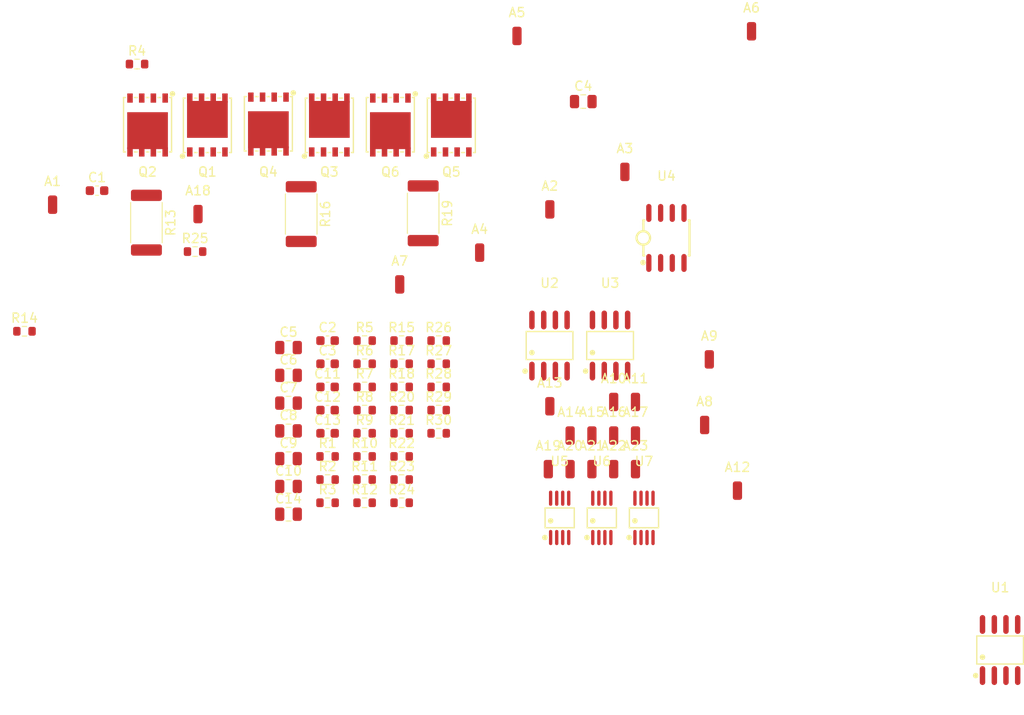
<source format=kicad_pcb>
(kicad_pcb (version 20221018) (generator pcbnew)
  (layers (0 "F.Cu" signal) (31 "B.Cu" signal) (34 "B.Paste" user) (35 "F.Paste" user) (36 "B.SilkS" user "B.Silkscreen") (37 "F.SilkS" user "F.Silkscreen") (38 "B.Mask" user) (39 "F.Mask" user) (44 "Edge.Cuts" user))
  (net 0 "")
  (net 1 "110")
  (net 2 "107")
  (net 3 "106")
  (net 4 "22")
  (net 5 "111")
  (net 6 "16")
  (net 7 "99")
  (net 8 "96")
  (net 9 "95")
  (net 10 "21")
  (net 11 "100")
  (net 12 "88")
  (net 13 "85")
  (net 14 "84")
  (net 15 "20")
  (net 16 "89")
  (net 17 "74")
  (net 18 "73")
  (net 19 "5")
  (net 20 "4")
  (net 21 "75")
  (net 22 "11")
  (net 23 "10")
  (net 24 "3")
  (net 25 "59")
  (net 26 "58")
  (net 27 "60")
  (net 28 "61")
  (net 29 "9")
  (net 30 "8")
  (net 31 "43")
  (net 32 "42")
  (net 33 "44")
  (net 34 "45")
  (net 35 "7")
  (net 36 "6")
  (net 37 "27")
  (net 38 "26")
  (net 39 "28")
  (net 40 "29")
  (net 41 "56")
  (net 42 "63")
  (net 43 "2")
  (net 44 "65")
  (net 45 "49")
  (net 46 "40")
  (net 47 "47")
  (net 48 "33")
  (net 49 "24")
  (net 50 "31")
  (net 51 "14")
  (net 52 "13")
  (net 53 "12")
  (net 54 "19")
  (net 55 "18")
  (net 56 "17")
  (net 57 "15")
  (footprint "Resistor_SMD:R_0603_1608Metric" (layer "F.Cu") (at 141.485 106.113)
    (fp_text reference "R7" (at 0 -1.43) (layer "F.SilkS"))
    (fp_text value "10kOhm")
    (pad "1" smd roundrect (at -0.825 0) (size 0.8 0.95) (layers "F.Cu" "F.Paste" "F.Mask") (net 47 "47"))
    (pad "2" smd roundrect (at 0.825 0) (size 0.8 0.95) (layers "F.Cu" "F.Paste" "F.Mask") (net 46 "40"))
  )
  (footprint "Resistor_SMD:R_0603_1608Metric" (layer "F.Cu") (at 141.485 118.663)
    (fp_text reference "R12" (at 0 -1.43) (layer "F.SilkS"))
    (fp_text value "10kOhm")
    (pad "1" smd roundrect (at -0.825 0) (size 0.8 0.95) (layers "F.Cu" "F.Paste" "F.Mask") (net 44 "65"))
    (pad "2" smd roundrect (at 0.825 0) (size 0.8 0.95) (layers "F.Cu" "F.Paste" "F.Mask") (net 19 "5"))
  )
  (footprint "Connector_Wire:SolderWirePad_1x01_SMD_1x2mm" (layer "F.Cu") (at 166.1 111.378)
    (fp_text reference "A15" (at 0 -2.54) (layer "F.SilkS"))
    (fp_text value "")
    (pad "1" smd roundrect (at 0 0) (size 1 2) (layers "F.Cu" "F.Paste" "F.Mask") (net 51 "14"))
  )
  (footprint "Resistor_SMD:R_0603_1608Metric" (layer "F.Cu") (at 141.485 108.623)
    (fp_text reference "R8" (at 0 -1.43) (layer "F.SilkS"))
    (fp_text value "10kOhm")
    (pad "1" smd roundrect (at -0.825 0) (size 0.8 0.95) (layers "F.Cu" "F.Paste" "F.Mask") (net 45 "49"))
    (pad "2" smd roundrect (at 0.825 0) (size 0.8 0.95) (layers "F.Cu" "F.Paste" "F.Mask") (net 19 "5"))
  )
  (footprint "Capacitor_SMD:C_0603_1608Metric" (layer "F.Cu") (at 137.475 101.093)
    (fp_text reference "C2" (at 0 -1.43) (layer "F.SilkS"))
    (fp_text value "0.1uF")
    (pad "1" smd roundrect (at -0.775 0) (size 0.9 0.95) (layers "F.Cu" "F.Paste" "F.Mask") (net 31 "43"))
    (pad "2" smd roundrect (at 0.775 0) (size 0.9 0.95) (layers "F.Cu" "F.Paste" "F.Mask") (net 46 "40"))
  )
  (footprint "lib:SOIC-8_L4.9-W3.9-P1.27-LS6.0-BL" (layer "F.Cu") (at 168.07 101.623)
    (fp_text reference "U3" (at 0 -6.77) (layer "F.SilkS"))
    (fp_text value "")
    (pad "1" smd oval (at -1.91 2.77) (size 0.59 2.05) (layers "F.Cu" "F.Paste" "F.Mask") (net 22 "11"))
    (pad "2" smd oval (at -0.63 2.77) (size 0.59 2.05) (layers "F.Cu" "F.Paste" "F.Mask") (net 23 "10"))
    (pad "3" smd oval (at 0.63 2.77) (size 0.59 2.05) (layers "F.Cu" "F.Paste" "F.Mask") (net 24 "3"))
    (pad "4" smd oval (at 1.9 2.77) (size 0.59 2.05) (layers "F.Cu" "F.Paste" "F.Mask") (net 19 "5"))
    (pad "5" smd oval (at 1.9 -2.77) (size 0.59 2.05) (layers "F.Cu" "F.Paste" "F.Mask") (net 28 "61"))
    (pad "6" smd oval (at 0.63 -2.77) (size 0.59 2.05) (layers "F.Cu" "F.Paste" "F.Mask") (net 27 "60"))
    (pad "7" smd oval (at -0.63 -2.77) (size 0.59 2.05) (layers "F.Cu" "F.Paste" "F.Mask") (net 26 "58"))
    (pad "8" smd oval (at -1.91 -2.77) (size 0.59 2.05) (layers "F.Cu" "F.Paste" "F.Mask") (net 25 "59"))
  )
  (footprint "Resistor_SMD:R_0603_1608Metric" (layer "F.Cu") (at 145.495 118.663)
    (fp_text reference "R24" (at 0 -1.43) (layer "F.SilkS"))
    (fp_text value "10kOhm")
    (pad "1" smd roundrect (at -0.825 0) (size 0.8 0.95) (layers "F.Cu" "F.Paste" "F.Mask") (net 21 "75"))
    (pad "2" smd roundrect (at 0.825 0) (size 0.8 0.95) (layers "F.Cu" "F.Paste" "F.Mask") (net 19 "5"))
  )
  (footprint "Capacitor_SMD:C_0603_1608Metric" (layer "F.Cu") (at 137.475 108.623)
    (fp_text reference "C12" (at 0 -1.43) (layer "F.SilkS"))
    (fp_text value "2nF")
    (pad "1" smd roundrect (at -0.775 0) (size 0.9 0.95) (layers "F.Cu" "F.Paste" "F.Mask") (net 55 "18"))
    (pad "2" smd roundrect (at 0.775 0) (size 0.9 0.95) (layers "F.Cu" "F.Paste" "F.Mask") (net 19 "5"))
  )
  (footprint "Resistor_SMD:R_0603_1608Metric" (layer "F.Cu") (at 104.648 100.076)
    (fp_text reference "R14" (at 0 -1.43) (layer "F.SilkS"))
    (fp_text value "10ohm")
    (pad "1" smd roundrect (at -0.825 0) (size 0.8 0.95) (layers "F.Cu" "F.Paste" "F.Mask") (net 49 "24"))
    (pad "2" smd roundrect (at 0.825 0) (size 0.8 0.95) (layers "F.Cu" "F.Paste" "F.Mask") (net 12 "88"))
  )
  (footprint "Resistor_SMD:R_0603_1608Metric" (layer "F.Cu") (at 149.505 103.603)
    (fp_text reference "R27" (at 0 -1.43) (layer "F.SilkS"))
    (fp_text value "10kOhm")
    (pad "1" smd roundrect (at -0.825 0) (size 0.8 0.95) (layers "F.Cu" "F.Paste" "F.Mask") (net 52 "13"))
    (pad "2" smd roundrect (at 0.825 0) (size 0.8 0.95) (layers "F.Cu" "F.Paste" "F.Mask") (net 55 "18"))
  )
  (footprint "lib:SOIC-8_L5.0-W4.0-P1.27-LS6.0-BL" (layer "F.Cu") (at 174.175 89.963)
    (fp_text reference "U4" (at 0 -6.71) (layer "F.SilkS"))
    (fp_text value "")
    (pad "1" smd oval (at -1.91 2.71) (size 0.57 1.95) (layers "F.Cu" "F.Paste" "F.Mask") (net 17 "74"))
    (pad "2" smd oval (at -0.63 2.71) (size 0.57 1.95) (layers "F.Cu" "F.Paste" "F.Mask") (net 17 "74"))
    (pad "3" smd oval (at 0.63 2.71) (size 0.57 1.95) (layers "F.Cu" "F.Paste" "F.Mask") (net 18 "73"))
    (pad "4" smd oval (at 1.9 2.71) (size 0.57 1.95) (layers "F.Cu" "F.Paste" "F.Mask") (net 19 "5"))
    (pad "5" smd oval (at 1.9 -2.71) (size 0.57 1.95) (layers "F.Cu" "F.Paste" "F.Mask") (net 21 "75"))
    (pad "6" smd oval (at 0.63 -2.71) (size 0.57 1.95) (layers "F.Cu" "F.Paste" "F.Mask") (net 6 "16"))
    (pad "7" smd oval (at -0.63 -2.71) (size 0.57 1.95) (layers "F.Cu" "F.Paste" "F.Mask") (net 6 "16"))
    (pad "8" smd oval (at -1.91 -2.71) (size 0.57 1.95) (layers "F.Cu" "F.Paste" "F.Mask") (net 20 "4"))
  )
  (footprint "Connector_Wire:SolderWirePad_1x01_SMD_1x2mm" (layer "F.Cu") (at 168.46 111.378)
    (fp_text reference "A16" (at 0 -2.54) (layer "F.SilkS"))
    (fp_text value "")
    (pad "1" smd roundrect (at 0 0) (size 1 2) (layers "F.Cu" "F.Paste" "F.Mask") (net 57 "15"))
  )
  (footprint "Connector_Wire:SolderWirePad_1x01_SMD_1x2mm" (layer "F.Cu") (at 153.945 91.553)
    (fp_text reference "A4" (at 0 -2.54) (layer "F.SilkS"))
    (fp_text value "")
    (pad "1" smd roundrect (at 0 0) (size 1 2) (layers "F.Cu" "F.Paste" "F.Mask") (net 19 "5"))
  )
  (footprint "Resistor_SMD:R_0603_1608Metric" (layer "F.Cu") (at 141.485 113.643)
    (fp_text reference "R10" (at 0 -1.43) (layer "F.SilkS"))
    (fp_text value "25ohm")
    (pad "1" smd roundrect (at -0.825 0) (size 0.8 0.95) (layers "F.Cu" "F.Paste" "F.Mask") (net 28 "61"))
    (pad "2" smd roundrect (at 0.825 0) (size 0.8 0.95) (layers "F.Cu" "F.Paste" "F.Mask") (net 44 "65"))
  )
  (footprint "Resistor_SMD:R_0603_1608Metric" (layer "F.Cu") (at 137.475 118.663)
    (fp_text reference "R3" (at 0 -1.43) (layer "F.SilkS"))
    (fp_text value "10kOhm")
    (pad "1" smd roundrect (at -0.825 0) (size 0.8 0.95) (layers "F.Cu" "F.Paste" "F.Mask") (net 50 "31"))
    (pad "2" smd roundrect (at 0.825 0) (size 0.8 0.95) (layers "F.Cu" "F.Paste" "F.Mask") (net 49 "24"))
  )
  (footprint "Resistor_SMD:R_0603_1608Metric" (layer "F.Cu") (at 145.495 101.093)
    (fp_text reference "R15" (at 0 -1.43) (layer "F.SilkS"))
    (fp_text value "10ohm")
    (pad "1" smd roundrect (at -0.825 0) (size 0.8 0.95) (layers "F.Cu" "F.Paste" "F.Mask") (net 53 "12"))
    (pad "2" smd roundrect (at 0.825 0) (size 0.8 0.95) (layers "F.Cu" "F.Paste" "F.Mask") (net 16 "89"))
  )
  (footprint "Resistor_SMD:R_0603_1608Metric" (layer "F.Cu") (at 141.485 103.603)
    (fp_text reference "R6" (at 0 -1.43) (layer "F.SilkS"))
    (fp_text value "25ohm")
    (pad "1" smd roundrect (at -0.825 0) (size 0.8 0.95) (layers "F.Cu" "F.Paste" "F.Mask") (net 34 "45"))
    (pad "2" smd roundrect (at 0.825 0) (size 0.8 0.95) (layers "F.Cu" "F.Paste" "F.Mask") (net 45 "49"))
  )
  (footprint "Connector_Wire:SolderWirePad_1x01_SMD_1x2mm" (layer "F.Cu") (at 161.544 108.204)
    (fp_text reference "A13" (at 0 -2.54) (layer "F.SilkS"))
    (fp_text value "")
    (pad "1" smd roundrect (at 0 0) (size 1 2) (layers "F.Cu" "F.Paste" "F.Mask") (net 53 "12"))
  )
  (footprint "Capacitor_SMD:C_0805_2012Metric" (layer "F.Cu") (at 133.245 110.873)
    (fp_text reference "C8" (at 0 -1.68) (layer "F.SilkS"))
    (fp_text value "1uF")
    (pad "1" smd roundrect (at -0.95 0) (size 1 1.45) (layers "F.Cu" "F.Paste" "F.Mask") (net 7 "99"))
    (pad "2" smd roundrect (at 0.95 0) (size 1 1.45) (layers "F.Cu" "F.Paste" "F.Mask") (net 11 "100"))
  )
  (footprint "Resistor_SMD:R_0603_1608Metric" (layer "F.Cu") (at 141.485 101.093)
    (fp_text reference "R5" (at 0 -1.43) (layer "F.SilkS"))
    (fp_text value "25ohm")
    (pad "1" smd roundrect (at -0.825 0) (size 0.8 0.95) (layers "F.Cu" "F.Paste" "F.Mask") (net 32 "42"))
    (pad "2" smd roundrect (at 0.825 0) (size 0.8 0.95) (layers "F.Cu" "F.Paste" "F.Mask") (net 47 "47"))
  )
  (footprint "lib:VSSOP-8_L3.0-W3.0-P0.65-LS5.0-BL" (layer "F.Cu") (at 171.74 120.298)
    (fp_text reference "U7" (at 0 -6.13) (layer "F.SilkS"))
    (fp_text value "")
    (pad "1" smd oval (at -0.98 2.13) (size 0.36 1.66) (layers "F.Cu" "F.Paste" "F.Mask") (net 1 "110"))
    (pad "2" smd oval (at -0.32 2.13) (size 0.36 1.66) (layers "F.Cu" "F.Paste" "F.Mask") (net 2 "107"))
    (pad "3" smd oval (at 0.33 2.13) (size 0.36 1.66) (layers "F.Cu" "F.Paste" "F.Mask") (net 3 "106"))
    (pad "4" smd oval (at 0.98 2.13) (size 0.36 1.66) (layers "F.Cu" "F.Paste" "F.Mask") (net 4 "22"))
    (pad "5" smd oval (at 0.98 -2.13) (size 0.36 1.66) (layers "F.Cu" "F.Paste" "F.Mask") (net 2 "107"))
    (pad "6" smd oval (at 0.33 -2.13) (size 0.36 1.66) (layers "F.Cu" "F.Paste" "F.Mask") (net 3 "106"))
    (pad "7" smd oval (at -0.32 -2.13) (size 0.36 1.66) (layers "F.Cu" "F.Paste" "F.Mask") (net 6 "16"))
    (pad "8" smd oval (at -0.98 -2.13) (size 0.36 1.66) (layers "F.Cu" "F.Paste" "F.Mask") (net 5 "111"))
  )
  (footprint "Resistor_SMD:R_0603_1608Metric" (layer "F.Cu") (at 149.505 111.133)
    (fp_text reference "R30" (at 0 -1.43) (layer "F.SilkS"))
    (fp_text value "1kOhm")
    (pad "1" smd roundrect (at -0.825 0) (size 0.8 0.95) (layers "F.Cu" "F.Paste" "F.Mask") (net 54 "19"))
    (pad "2" smd roundrect (at 0.825 0) (size 0.8 0.95) (layers "F.Cu" "F.Paste" "F.Mask") (net 19 "5"))
  )
  (footprint "lib:VSSOP-8_L3.0-W3.0-P0.65-LS5.0-BL" (layer "F.Cu") (at 167.175 120.298)
    (fp_text reference "U6" (at 0 -6.13) (layer "F.SilkS"))
    (fp_text value "")
    (pad "1" smd oval (at -0.98 2.13) (size 0.36 1.66) (layers "F.Cu" "F.Paste" "F.Mask") (net 7 "99"))
    (pad "2" smd oval (at -0.32 2.13) (size 0.36 1.66) (layers "F.Cu" "F.Paste" "F.Mask") (net 8 "96"))
    (pad "3" smd oval (at 0.33 2.13) (size 0.36 1.66) (layers "F.Cu" "F.Paste" "F.Mask") (net 9 "95"))
    (pad "4" smd oval (at 0.98 2.13) (size 0.36 1.66) (layers "F.Cu" "F.Paste" "F.Mask") (net 10 "21"))
    (pad "5" smd oval (at 0.98 -2.13) (size 0.36 1.66) (layers "F.Cu" "F.Paste" "F.Mask") (net 8 "96"))
    (pad "6" smd oval (at 0.33 -2.13) (size 0.36 1.66) (layers "F.Cu" "F.Paste" "F.Mask") (net 9 "95"))
    (pad "7" smd oval (at -0.32 -2.13) (size 0.36 1.66) (layers "F.Cu" "F.Paste" "F.Mask") (net 6 "16"))
    (pad "8" smd oval (at -0.98 -2.13) (size 0.36 1.66) (layers "F.Cu" "F.Paste" "F.Mask") (net 11 "100"))
  )
  (footprint "lib:SOIC-8_L4.9-W3.9-P1.27-LS6.0-BL" (layer "F.Cu") (at 161.515 101.623)
    (fp_text reference "U2" (at 0 -6.77) (layer "F.SilkS"))
    (fp_text value "")
    (pad "1" smd oval (at -1.91 2.77) (size 0.59 2.05) (layers "F.Cu" "F.Paste" "F.Mask") (net 29 "9"))
    (pad "2" smd oval (at -0.63 2.77) (size 0.59 2.05) (layers "F.Cu" "F.Paste" "F.Mask") (net 30 "8"))
    (pad "3" smd oval (at 0.63 2.77) (size 0.59 2.05) (layers "F.Cu" "F.Paste" "F.Mask") (net 24 "3"))
    (pad "4" smd oval (at 1.9 2.77) (size 0.59 2.05) (layers "F.Cu" "F.Paste" "F.Mask") (net 19 "5"))
    (pad "5" smd oval (at 1.9 -2.77) (size 0.59 2.05) (layers "F.Cu" "F.Paste" "F.Mask") (net 34 "45"))
    (pad "6" smd oval (at 0.63 -2.77) (size 0.59 2.05) (layers "F.Cu" "F.Paste" "F.Mask") (net 33 "44"))
    (pad "7" smd oval (at -0.63 -2.77) (size 0.59 2.05) (layers "F.Cu" "F.Paste" "F.Mask") (net 32 "42"))
    (pad "8" smd oval (at -1.91 -2.77) (size 0.59 2.05) (layers "F.Cu" "F.Paste" "F.Mask") (net 31 "43"))
  )
  (footprint "Resistor_SMD:R_0603_1608Metric" (layer "F.Cu") (at 137.475 116.153)
    (fp_text reference "R2" (at 0 -1.43) (layer "F.SilkS"))
    (fp_text value "25ohm")
    (pad "1" smd roundrect (at -0.825 0) (size 0.8 0.95) (layers "F.Cu" "F.Paste" "F.Mask") (net 40 "29"))
    (pad "2" smd roundrect (at 0.825 0) (size 0.8 0.95) (layers "F.Cu" "F.Paste" "F.Mask") (net 48 "33"))
  )
  (footprint "Connector_Wire:SolderWirePad_1x01_SMD_1x2mm" (layer "F.Cu") (at 123.444 87.376)
    (fp_text reference "A18" (at 0 -2.54) (layer "F.SilkS"))
    (fp_text value "")
    (pad "1" smd roundrect (at 0 0) (size 1 2) (layers "F.Cu" "F.Paste" "F.Mask") (net 56 "17"))
  )
  (footprint "lib:DFN-8_L5.9-W5.2-P1.27-LS6.2-BL" (layer "F.Cu") (at 124.46 77.724)
    (fp_text reference "Q1" (at 0 5.08) (layer "F.SilkS"))
    (fp_text value "")
    (pad "1" smd rect (at -1.91 2.92) (size 0.6 1) (layers "F.Cu" "F.Paste" "F.Mask") (net 49 "24"))
    (pad "2" smd rect (at -0.63 2.92) (size 0.6 1) (layers "F.Cu" "F.Paste" "F.Mask") (net 49 "24"))
    (pad "3" smd rect (at 0.63 2.92) (size 0.6 1) (layers "F.Cu" "F.Paste" "F.Mask") (net 49 "24"))
    (pad "4" smd rect (at 1.9 2.92) (size 0.6 1) (layers "F.Cu" "F.Paste" "F.Mask") (net 50 "31"))
    (pad "5" smd rect (at 1.9 -2.92) (size 0.6 1) (layers "F.Cu" "F.Paste" "F.Mask") (net 43 "2"))
    (pad "6" smd rect (at 0.63 -2.92) (size 0.6 1) (layers "F.Cu" "F.Paste" "F.Mask") (net 43 "2"))
    (pad "7" smd rect (at -0.63 -2.92) (size 0.6 1) (layers "F.Cu" "F.Paste" "F.Mask") (net 43 "2"))
    (pad "8" smd rect (at -1.91 -2.92) (size 0.6 1) (layers "F.Cu" "F.Paste" "F.Mask") (net 43 "2"))
    (pad "9" smd rect (at 0 -0.61) (size 4.41 4) (layers "F.Cu" "F.Paste" "F.Mask") (net 43 "2"))
  )
  (footprint "Connector_Wire:SolderWirePad_1x01_SMD_1x2mm" (layer "F.Cu") (at 170.82 115.018)
    (fp_text reference "A23" (at 0 -2.54) (layer "F.SilkS"))
    (fp_text value "")
    (pad "1" smd roundrect (at 0 0) (size 1 2) (layers "F.Cu" "F.Paste" "F.Mask") (net 4 "22"))
  )
  (footprint "Resistor_SMD:R_0603_1608Metric" (layer "F.Cu") (at 141.485 111.133)
    (fp_text reference "R9" (at 0 -1.43) (layer "F.SilkS"))
    (fp_text value "25ohm")
    (pad "1" smd roundrect (at -0.825 0) (size 0.8 0.95) (layers "F.Cu" "F.Paste" "F.Mask") (net 26 "58"))
    (pad "2" smd roundrect (at 0.825 0) (size 0.8 0.95) (layers "F.Cu" "F.Paste" "F.Mask") (net 42 "63"))
  )
  (footprint "Connector_Wire:SolderWirePad_1x01_SMD_1x2mm" (layer "F.Cu") (at 168.46 115.018)
    (fp_text reference "A22" (at 0 -2.54) (layer "F.SilkS"))
    (fp_text value "")
    (pad "1" smd roundrect (at 0 0) (size 1 2) (layers "F.Cu" "F.Paste" "F.Mask") (net 10 "21"))
  )
  (footprint "lib:DFN-8_L5.9-W5.2-P1.27-LS6.2-BL" (layer "F.Cu") (at 117.978 77.724 180)
    (fp_text reference "Q2" (at 0 -5.08) (layer "F.SilkS"))
    (fp_text value "")
    (pad "1" smd rect (at -1.91 2.92 180) (size 0.6 1) (layers "F.Cu" "F.Paste" "F.Mask") (net 19 "5"))
    (pad "2" smd rect (at -0.63 2.92 180) (size 0.6 1) (layers "F.Cu" "F.Paste" "F.Mask") (net 19 "5"))
    (pad "3" smd rect (at 0.63 2.92 180) (size 0.6 1) (layers "F.Cu" "F.Paste" "F.Mask") (net 19 "5"))
    (pad "4" smd rect (at 1.9 2.92 180) (size 0.6 1) (layers "F.Cu" "F.Paste" "F.Mask") (net 48 "33"))
    (pad "5" smd rect (at 1.9 -2.92 180) (size 0.6 1) (layers "F.Cu" "F.Paste" "F.Mask") (net 49 "24"))
    (pad "6" smd rect (at 0.63 -2.92 180) (size 0.6 1) (layers "F.Cu" "F.Paste" "F.Mask") (net 49 "24"))
    (pad "7" smd rect (at -0.63 -2.92 180) (size 0.6 1) (layers "F.Cu" "F.Paste" "F.Mask") (net 49 "24"))
    (pad "8" smd rect (at -1.91 -2.92 180) (size 0.6 1) (layers "F.Cu" "F.Paste" "F.Mask") (net 49 "24"))
    (pad "9" smd rect (at 0 -0.61 180) (size 4.41 4) (layers "F.Cu" "F.Paste" "F.Mask") (net 49 "24"))
  )
  (footprint "Resistor_SMD:R_2512_6332Metric" (layer "F.Cu") (at 134.62 87.376 -90)
    (fp_text reference "R16" (at 0 -2.62 90) (layer "F.SilkS"))
    (fp_text value "1mOhm")
    (pad "1" smd roundrect (at -2.9625 0 270) (size 1.225 3.35) (layers "F.Cu" "F.Paste" "F.Mask") (roundrect_rratio 0.204082) (net 46 "40"))
    (pad "2" smd roundrect (at 2.9625 0 270) (size 1.225 3.35) (layers "F.Cu" "F.Paste" "F.Mask") (roundrect_rratio 0.204082) (net 52 "13"))
  )
  (footprint "Capacitor_SMD:C_0603_1608Metric" (layer "F.Cu") (at 112.509 84.836)
    (fp_text reference "C1" (at 0 -1.43) (layer "F.SilkS"))
    (fp_text value "0.1uF")
    (pad "1" smd roundrect (at -0.775 0) (size 0.9 0.95) (layers "F.Cu" "F.Paste" "F.Mask") (net 37 "27"))
    (pad "2" smd roundrect (at 0.775 0) (size 0.9 0.95) (layers "F.Cu" "F.Paste" "F.Mask") (net 49 "24"))
  )
  (footprint "Connector_Wire:SolderWirePad_1x01_SMD_1x2mm" (layer "F.Cu") (at 145.288 94.996)
    (fp_text reference "A7" (at 0 -2.54) (layer "F.SilkS"))
    (fp_text value "")
    (pad "1" smd roundrect (at 0 0) (size 1 2) (layers "F.Cu" "F.Paste" "F.Mask") (net 36 "6"))
  )
  (footprint "Resistor_SMD:R_0603_1608Metric" (layer "F.Cu") (at 145.495 106.113)
    (fp_text reference "R18" (at 0 -1.43) (layer "F.SilkS"))
    (fp_text value "10ohm")
    (pad "1" smd roundrect (at -0.825 0) (size 0.8 0.95) (layers "F.Cu" "F.Paste" "F.Mask") (net 52 "13"))
    (pad "2" smd roundrect (at 0.825 0) (size 0.8 0.95) (layers "F.Cu" "F.Paste" "F.Mask") (net 11 "100"))
  )
  (footprint "Resistor_SMD:R_0603_1608Metric" (layer "F.Cu") (at 116.84 71.12)
    (fp_text reference "R4" (at 0 -1.43) (layer "F.SilkS"))
    (fp_text value "10kOhm")
    (pad "1" smd roundrect (at -0.825 0) (size 0.8 0.95) (layers "F.Cu" "F.Paste" "F.Mask") (net 48 "33"))
    (pad "2" smd roundrect (at 0.825 0) (size 0.8 0.95) (layers "F.Cu" "F.Paste" "F.Mask") (net 19 "5"))
  )
  (footprint "Connector_Wire:SolderWirePad_1x01_SMD_1x2mm" (layer "F.Cu") (at 170.82 107.738)
    (fp_text reference "A11" (at 0 -2.54) (layer "F.SilkS"))
    (fp_text value "")
    (pad "1" smd roundrect (at 0 0) (size 1 2) (layers "F.Cu" "F.Paste" "F.Mask") (net 23 "10"))
  )
  (footprint "Resistor_SMD:R_0603_1608Metric" (layer "F.Cu") (at 145.495 103.603)
    (fp_text reference "R17" (at 0 -1.43) (layer "F.SilkS"))
    (fp_text value "10ohm")
    (pad "1" smd roundrect (at -0.825 0) (size 0.8 0.95) (layers "F.Cu" "F.Paste" "F.Mask") (net 46 "40"))
    (pad "2" smd roundrect (at 0.825 0) (size 0.8 0.95) (layers "F.Cu" "F.Paste" "F.Mask") (net 7 "99"))
  )
  (footprint "Resistor_SMD:R_0603_1608Metric" (layer "F.Cu") (at 137.475 113.643)
    (fp_text reference "R1" (at 0 -1.43) (layer "F.SilkS"))
    (fp_text value "25ohm")
    (pad "1" smd roundrect (at -0.825 0) (size 0.8 0.95) (layers "F.Cu" "F.Paste" "F.Mask") (net 38 "26"))
    (pad "2" smd roundrect (at 0.825 0) (size 0.8 0.95) (layers "F.Cu" "F.Paste" "F.Mask") (net 50 "31"))
  )
  (footprint "Connector_Wire:SolderWirePad_1x01_SMD_1x2mm" (layer "F.Cu") (at 163.74 111.378)
    (fp_text reference "A14" (at 0 -2.54) (layer "F.SilkS"))
    (fp_text value "")
    (pad "1" smd roundrect (at 0 0) (size 1 2) (layers "F.Cu" "F.Paste" "F.Mask") (net 52 "13"))
  )
  (footprint "lib:SOIC-8_L4.9-W3.9-P1.27-LS6.0-BL" (layer "F.Cu") (at 210.312 134.62)
    (fp_text reference "U1" (at 0 -6.77) (layer "F.SilkS"))
    (fp_text value "")
    (pad "1" smd oval (at -1.91 2.77) (size 0.59 2.05) (layers "F.Cu" "F.Paste" "F.Mask") (net 35 "7"))
    (pad "2" smd oval (at -0.63 2.77) (size 0.59 2.05) (layers "F.Cu" "F.Paste" "F.Mask") (net 36 "6"))
    (pad "3" smd oval (at 0.63 2.77) (size 0.59 2.05) (layers "F.Cu" "F.Paste" "F.Mask") (net 24 "3"))
    (pad "4" smd oval (at 1.9 2.77) (size 0.59 2.05) (layers "F.Cu" "F.Paste" "F.Mask") (net 19 "5"))
    (pad "5" smd oval (at 1.9 -2.77) (size 0.59 2.05) (layers "F.Cu" "F.Paste" "F.Mask") (net 40 "29"))
    (pad "6" smd oval (at 0.63 -2.77) (size 0.59 2.05) (layers "F.Cu" "F.Paste" "F.Mask") (net 39 "28"))
    (pad "7" smd oval (at -0.63 -2.77) (size 0.59 2.05) (layers "F.Cu" "F.Paste" "F.Mask") (net 38 "26"))
    (pad "8" smd oval (at -1.91 -2.77) (size 0.59 2.05) (layers "F.Cu" "F.Paste" "F.Mask") (net 37 "27"))
  )
  (footprint "Resistor_SMD:R_0603_1608Metric" (layer "F.Cu") (at 145.495 108.623)
    (fp_text reference "R20" (at 0 -1.43) (layer "F.SilkS"))
    (fp_text value "10ohm")
    (pad "1" smd roundrect (at -0.825 0) (size 0.8 0.95) (layers "F.Cu" "F.Paste" "F.Mask") (net 41 "56"))
    (pad "2" smd roundrect (at 0.825 0) (size 0.8 0.95) (layers "F.Cu" "F.Paste" "F.Mask") (net 1 "110"))
  )
  (footprint "Capacitor_SMD:C_0805_2012Metric" (layer "F.Cu") (at 165.166 75.184)
    (fp_text reference "C4" (at 0 -1.68) (layer "F.SilkS"))
    (fp_text value "1uF")
    (pad "1" smd roundrect (at -0.95 0) (size 1 1.45) (layers "F.Cu" "F.Paste" "F.Mask") (net 20 "4"))
    (pad "2" smd roundrect (at 0.95 0) (size 1 1.45) (layers "F.Cu" "F.Paste" "F.Mask") (net 19 "5"))
  )
  (footprint "lib:DFN-8_L5.9-W5.2-P1.27-LS6.2-BL" (layer "F.Cu") (at 131.064 77.622 180)
    (fp_text reference "Q4" (at 0 -5.182) (layer "F.SilkS"))
    (fp_text value "")
    (pad "1" smd rect (at -1.91 2.92 180) (size 0.6 1) (layers "F.Cu" "F.Paste" "F.Mask") (net 19 "5"))
    (pad "2" smd rect (at -0.63 2.92 180) (size 0.6 1) (layers "F.Cu" "F.Paste" "F.Mask") (net 19 "5"))
    (pad "3" smd rect (at 0.63 2.92 180) (size 0.6 1) (layers "F.Cu" "F.Paste" "F.Mask") (net 19 "5"))
    (pad "4" smd rect (at 1.9 2.92 180) (size 0.6 1) (layers "F.Cu" "F.Paste" "F.Mask") (net 45 "49"))
    (pad "5" smd rect (at 1.9 -2.92 180) (size 0.6 1) (layers "F.Cu" "F.Paste" "F.Mask") (net 46 "40"))
    (pad "6" smd rect (at 0.63 -2.92 180) (size 0.6 1) (layers "F.Cu" "F.Paste" "F.Mask") (net 46 "40"))
    (pad "7" smd rect (at -0.63 -2.92 180) (size 0.6 1) (layers "F.Cu" "F.Paste" "F.Mask") (net 46 "40"))
    (pad "8" smd rect (at -1.91 -2.92 180) (size 0.6 1) (layers "F.Cu" "F.Paste" "F.Mask") (net 46 "40"))
    (pad "9" smd rect (at 0 -0.61 180) (size 4.41 4) (layers "F.Cu" "F.Paste" "F.Mask") (net 46 "40"))
  )
  (footprint "Resistor_SMD:R_2512_6332Metric" (layer "F.Cu") (at 117.856 88.3065 -90)
    (fp_text reference "R13" (at 0 -2.62 90) (layer "F.SilkS"))
    (fp_text value "1mOhm")
    (pad "1" smd roundrect (at -2.9625 0 270) (size 1.225 3.35) (layers "F.Cu" "F.Paste" "F.Mask") (roundrect_rratio 0.204082) (net 49 "24"))
    (pad "2" smd roundrect (at 2.9625 0 270) (size 1.225 3.35) (layers "F.Cu" "F.Paste" "F.Mask") (roundrect_rratio 0.204082) (net 53 "12"))
  )
  (footprint "Resistor_SMD:R_2512_6332Metric" (layer "F.Cu") (at 147.828 87.2905 -90)
    (fp_text reference "R19" (at 0 -2.62 90) (layer "F.SilkS"))
    (fp_text value "1mOhm")
    (pad "1" smd roundrect (at -2.9625 0 270) (size 1.225 3.35) (layers "F.Cu" "F.Paste" "F.Mask") (roundrect_rratio 0.204082) (net 41 "56"))
    (pad "2" smd roundrect (at 2.9625 0 270) (size 1.225 3.35) (layers "F.Cu" "F.Paste" "F.Mask") (roundrect_rratio 0.204082) (net 51 "14"))
  )
  (footprint "Capacitor_SMD:C_0805_2012Metric" (layer "F.Cu") (at 133.245 107.863)
    (fp_text reference "C7" (at 0 -1.68) (layer "F.SilkS"))
    (fp_text value "1uF")
    (pad "1" smd roundrect (at -0.95 0) (size 1 1.45) (layers "F.Cu" "F.Paste" "F.Mask") (net 9 "95"))
    (pad "2" smd roundrect (at 0.95 0) (size 1 1.45) (layers "F.Cu" "F.Paste" "F.Mask") (net 8 "96"))
  )
  (footprint "Connector_Wire:SolderWirePad_1x01_SMD_1x2mm" (layer "F.Cu") (at 178.308 110.236)
    (fp_text reference "A8" (at 0 -2.54) (layer "F.SilkS"))
    (fp_text value "")
    (pad "1" smd roundrect (at 0 0) (size 1 2) (layers "F.Cu" "F.Paste" "F.Mask") (net 35 "7"))
  )
  (footprint "Resistor_SMD:R_0603_1608Metric" (layer "F.Cu") (at 141.485 116.153)
    (fp_text reference "R11" (at 0 -1.43) (layer "F.SilkS"))
    (fp_text value "10kOhm")
    (pad "1" smd roundrect (at -0.825 0) (size 0.8 0.95) (layers "F.Cu" "F.Paste" "F.Mask") (net 42 "63"))
    (pad "2" smd roundrect (at 0.825 0) (size 0.8 0.95) (layers "F.Cu" "F.Paste" "F.Mask") (net 41 "56"))
  )
  (footprint "Connector_Wire:SolderWirePad_1x01_SMD_1x2mm" (layer "F.Cu") (at 178.816 103.124)
    (fp_text reference "A9" (at 0 -2.54) (layer "F.SilkS"))
    (fp_text value "")
    (pad "1" smd roundrect (at 0 0) (size 1 2) (layers "F.Cu" "F.Paste" "F.Mask") (net 30 "8"))
  )
  (footprint "Connector_Wire:SolderWirePad_1x01_SMD_1x2mm" (layer "F.Cu") (at 163.74 115.018)
    (fp_text reference "A20" (at 0 -2.54) (layer "F.SilkS"))
    (fp_text value "")
    (pad "1" smd roundrect (at 0 0) (size 1 2) (layers "F.Cu" "F.Paste" "F.Mask") (net 54 "19"))
  )
  (footprint "Connector_Wire:SolderWirePad_1x01_SMD_1x2mm" (layer "F.Cu") (at 157.988 68.072)
    (fp_text reference "A5" (at 0 -2.54) (layer "F.SilkS"))
    (fp_text value "")
    (pad "1" smd roundrect (at 0 0) (size 1 2) (layers "F.Cu" "F.Paste" "F.Mask") (net 19 "5"))
  )
  (footprint "Connector_Wire:SolderWirePad_1x01_SMD_1x2mm" (layer "F.Cu") (at 166.1 115.018)
    (fp_text reference "A21" (at 0 -2.54) (layer "F.SilkS"))
    (fp_text value "")
    (pad "1" smd roundrect (at 0 0) (size 1 2) (layers "F.Cu" "F.Paste" "F.Mask") (net 15 "20"))
  )
  (footprint "Connector_Wire:SolderWirePad_1x01_SMD_1x2mm" (layer "F.Cu") (at 161.38 115.018)
    (fp_text reference "A19" (at 0 -2.54) (layer "F.SilkS"))
    (fp_text value "")
    (pad "1" smd roundrect (at 0 0) (size 1 2) (layers "F.Cu" "F.Paste" "F.Mask") (net 55 "18"))
  )
  (footprint "Resistor_SMD:R_0603_1608Metric" (layer "F.Cu") (at 149.505 106.113)
    (fp_text reference "R28" (at 0 -1.43) (layer "F.SilkS"))
    (fp_text value "1kOhm")
    (pad "1" smd roundrect (at -0.825 0) (size 0.8 0.95) (layers "F.Cu" "F.Paste" "F.Mask") (net 55 "18"))
    (pad "2" smd roundrect (at 0.825 0) (size 0.8 0.95) (layers "F.Cu" "F.Paste" "F.Mask") (net 19 "5"))
  )
  (footprint "Resistor_SMD:R_0603_1608Metric" (layer "F.Cu") (at 145.495 111.133)
    (fp_text reference "R21" (at 0 -1.43) (layer "F.SilkS"))
    (fp_text value "10ohm")
    (pad "1" smd roundrect (at -0.825 0) (size 0.8 0.95) (layers "F.Cu" "F.Paste" "F.Mask") (net 51 "14"))
    (pad "2" smd roundrect (at 0.825 0) (size 0.8 0.95) (layers "F.Cu" "F.Paste" "F.Mask") (net 5 "111"))
  )
  (footprint "Resistor_SMD:R_0603_1608Metric" (layer "F.Cu") (at 149.505 101.093)
    (fp_text reference "R26" (at 0 -1.43) (layer "F.SilkS"))
    (fp_text value "1kOhm")
    (pad "1" smd roundrect (at -0.825 0) (size 0.8 0.95) (layers "F.Cu" "F.Paste" "F.Mask") (net 56 "17"))
    (pad "2" smd roundrect (at 0.825 0) (size 0.8 0.95) (layers "F.Cu" "F.Paste" "F.Mask") (net 19 "5"))
  )
  (footprint "Resistor_SMD:R_0603_1608Metric" (layer "F.Cu") (at 123.127 91.44)
    (fp_text reference "R25" (at 0 -1.43) (layer "F.SilkS"))
    (fp_text value "10kOhm")
    (pad "1" smd roundrect (at -0.825 0) (size 0.8 0.95) (layers "F.Cu" "F.Paste" "F.Mask") (net 53 "12"))
    (pad "2" smd roundrect (at 0.825 0) (size 0.8 0.95) (layers "F.Cu" "F.Paste" "F.Mask") (net 56 "17"))
  )
  (footprint "lib:DFN-8_L5.9-W5.2-P1.27-LS6.2-BL" (layer "F.Cu") (at 144.272 77.724 180)
    (fp_text reference "Q6" (at 0 -5.08) (layer "F.SilkS"))
    (fp_text value "")
    (pad "1" smd rect (at -1.91 2.92 180) (size 0.6 1) (layers "F.Cu" "F.Paste" "F.Mask") (net 19 "5"))
    (pad "2" smd rect (at -0.63 2.92 180) (size 0.6 1) (layers "F.Cu" "F.Paste" "F.Mask") (net 19 "5"))
    (pad "3" smd rect (at 0.63 2.92 180) (size 0.6 1) (layers "F.Cu" "F.Paste" "F.Mask") (net 19 "5"))
    (pad "4" smd rect (at 1.9 2.92 180) (size 0.6 1) (layers "F.Cu" "F.Paste" "F.Mask") (net 44 "65"))
    (pad "5" smd rect (at 1.9 -2.92 180) (size 0.6 1) (layers "F.Cu" "F.Paste" "F.Mask") (net 41 "56"))
    (pad "6" smd rect (at 0.63 -2.92 180) (size 0.6 1) (layers "F.Cu" "F.Paste" "F.Mask") (net 41 "56"))
    (pad "7" smd rect (at -0.63 -2.92 180) (size 0.6 1) (layers "F.Cu" "F.Paste" "F.Mask") (net 41 "56"))
    (pad "8" smd rect (at -1.91 -2.92 180) (size 0.6 1) (layers "F.Cu" "F.Paste" "F.Mask") (net 41 "56"))
    (pad "9" smd rect (at 0 -0.61 180) (size 4.41 4) (layers "F.Cu" "F.Paste" "F.Mask") (net 41 "56"))
  )
  (footprint "Connector_Wire:SolderWirePad_1x01_SMD_1x2mm" (layer "F.Cu") (at 107.696 86.36)
    (fp_text reference "A1" (at 0 -2.54) (layer "F.SilkS"))
    (fp_text value "")
    (pad "1" smd roundrect (at 0 0) (size 1 2) (layers "F.Cu" "F.Paste" "F.Mask") (net 43 "2"))
  )
  (footprint "Capacitor_SMD:C_0805_2012Metric" (layer "F.Cu") (at 133.245 101.843)
    (fp_text reference "C5" (at 0 -1.68) (layer "F.SilkS"))
    (fp_text value "1uF")
    (pad "1" smd roundrect (at -0.95 0) (size 1 1.45) (layers "F.Cu" "F.Paste" "F.Mask") (net 14 "84"))
    (pad "2" smd roundrect (at 0.95 0) (size 1 1.45) (layers "F.Cu" "F.Paste" "F.Mask") (net 13 "85"))
  )
  (footprint "Resistor_SMD:R_0603_1608Metric" (layer "F.Cu") (at 145.495 113.643)
    (fp_text reference "R22" (at 0 -1.43) (layer "F.SilkS"))
    (fp_text value "10kOhm")
    (pad "1" smd roundrect (at -0.825 0) (size 0.8 0.95) (layers "F.Cu" "F.Paste" "F.Mask") (net 20 "4"))
    (pad "2" smd roundrect (at 0.825 0) (size 0.8 0.95) (layers "F.Cu" "F.Paste" "F.Mask") (net 18 "73"))
  )
  (footprint "Connector_Wire:SolderWirePad_1x01_SMD_1x2mm" (layer "F.Cu") (at 168.46 107.738)
    (fp_text reference "A10" (at 0 -2.54) (layer "F.SilkS"))
    (fp_text value "")
    (pad "1" smd roundrect (at 0 0) (size 1 2) (layers "F.Cu" "F.Paste" "F.Mask") (net 29 "9"))
  )
  (footprint "Capacitor_SMD:C_0603_1608Metric" (layer "F.Cu") (at 137.475 106.113)
    (fp_text reference "C11" (at 0 -1.43) (layer "F.SilkS"))
    (fp_text value "2nF")
    (pad "1" smd roundrect (at -0.775 0) (size 0.9 0.95) (layers "F.Cu" "F.Paste" "F.Mask") (net 56 "17"))
    (pad "2" smd roundrect (at 0.775 0) (size 0.9 0.95) (layers "F.Cu" "F.Paste" "F.Mask") (net 19 "5"))
  )
  (footprint "Connector_Wire:SolderWirePad_1x01_SMD_1x2mm" (layer "F.Cu") (at 183.388 67.564)
    (fp_text reference "A6" (at 0 -2.54) (layer "F.SilkS"))
    (fp_text value "")
    (pad "1" smd roundrect (at 0 0) (size 1 2) (layers "F.Cu" "F.Paste" "F.Mask") (net 19 "5"))
  )
  (footprint "Connector_Wire:SolderWirePad_1x01_SMD_1x2mm" (layer "F.Cu") (at 170.82 111.378)
    (fp_text reference "A17" (at 0 -2.54) (layer "F.SilkS"))
    (fp_text value "")
    (pad "1" smd roundrect (at 0 0) (size 1 2) (layers "F.Cu" "F.Paste" "F.Mask") (net 6 "16"))
  )
  (footprint "Resistor_SMD:R_0603_1608Metric" (layer "F.Cu") (at 149.505 108.623)
    (fp_text reference "R29" (at 0 -1.43) (layer "F.SilkS"))
    (fp_text value "10kOhm")
    (pad "1" smd roundrect (at -0.825 0) (size 0.8 0.95) (layers "F.Cu" "F.Paste" "F.Mask") (net 51 "14"))
    (pad "2" smd roundrect (at 0.825 0) (size 0.8 0.95) (layers "F.Cu" "F.Paste" "F.Mask") (net 54 "19"))
  )
  (footprint "Capacitor_SMD:C_0805_2012Metric" (layer "F.Cu") (at 133.245 104.853)
    (fp_text reference "C6" (at 0 -1.68) (layer "F.SilkS"))
    (fp_text value "1uF")
    (pad "1" smd roundrect (at -0.95 0) (size 1 1.45) (layers "F.Cu" "F.Paste" "F.Mask") (net 12 "88"))
    (pad "2" smd roundrect (at 0.95 0) (size 1 1.45) (layers "F.Cu" "F.Paste" "F.Mask") (net 16 "89"))
  )
  (footprint "Capacitor_SMD:C_0603_1608Metric" (layer "F.Cu") (at 137.475 103.603)
    (fp_text reference "C3" (at 0 -1.43) (layer "F.SilkS"))
    (fp_text value "0.1uF")
    (pad "1" smd roundrect (at -0.775 0) (size 0.9 0.95) (layers "F.Cu" "F.Paste" "F.Mask") (net 25 "59"))
    (pad "2" smd roundrect (at 0.775 0) (size 0.9 0.95) (layers "F.Cu" "F.Paste" "F.Mask") (net 41 "56"))
  )
  (footprint "Capacitor_SMD:C_0805_2012Metric" (layer "F.Cu") (at 133.245 119.903)
    (fp_text reference "C14" (at 0 -1.68) (layer "F.SilkS"))
    (fp_text value "1uF")
    (pad "1" smd roundrect (at -0.95 0) (size 1 1.45) (layers "F.Cu" "F.Paste" "F.Mask") (net 18 "73"))
    (pad "2" smd roundrect (at 0.95 0) (size 1 1.45) (layers "F.Cu" "F.Paste" "F.Mask") (net 19 "5"))
  )
  (footprint "lib:DFN-8_L5.9-W5.2-P1.27-LS6.2-BL" (layer "F.Cu") (at 150.876 77.724)
    (fp_text reference "Q5" (at 0 5.08) (layer "F.SilkS"))
    (fp_text value "")
    (pad "1" smd rect (at -1.91 2.92) (size 0.6 1) (layers "F.Cu" "F.Paste" "F.Mask") (net 41 "56"))
    (pad "2" smd rect (at -0.63 2.92) (size 0.6 1) (layers "F.Cu" "F.Paste" "F.Mask") (net 41 "56"))
    (pad "3" smd rect (at 0.63 2.92) (size 0.6 1) (layers "F.Cu" "F.Paste" "F.Mask") (net 41 "56"))
    (pad "4" smd rect (at 1.9 2.92) (size 0.6 1) (layers "F.Cu" "F.Paste" "F.Mask") (net 42 "63"))
    (pad "5" smd rect (at 1.9 -2.92) (size 0.6 1) (layers "F.Cu" "F.Paste" "F.Mask") (net 43 "2"))
    (pad "6" smd rect (at 0.63 -2.92) (size 0.6 1) (layers "F.Cu" "F.Paste" "F.Mask") (net 43 "2"))
    (pad "7" smd rect (at -0.63 -2.92) (size 0.6 1) (layers "F.Cu" "F.Paste" "F.Mask") (net 43 "2"))
    (pad "8" smd rect (at -1.91 -2.92) (size 0.6 1) (layers "F.Cu" "F.Paste" "F.Mask") (net 43 "2"))
    (pad "9" smd rect (at 0 -0.61) (size 4.41 4) (layers "F.Cu" "F.Paste" "F.Mask") (net 43 "2"))
  )
  (footprint "Connector_Wire:SolderWirePad_1x01_SMD_1x2mm" (layer "F.Cu") (at 161.544 86.868)
    (fp_text reference "A2" (at 0 -2.54) (layer "F.SilkS"))
    (fp_text value "")
    (pad "1" smd roundrect (at 0 0) (size 1 2) (layers "F.Cu" "F.Paste" "F.Mask") (net 24 "3"))
  )
  (footprint "lib:VSSOP-8_L3.0-W3.0-P0.65-LS5.0-BL" (layer "F.Cu") (at 162.61 120.298)
    (fp_text reference "U5" (at 0 -6.13) (layer "F.SilkS"))
    (fp_text value "")
    (pad "1" smd oval (at -0.98 2.13) (size 0.36 1.66) (layers "F.Cu" "F.Paste" "F.Mask") (net 12 "88"))
    (pad "2" smd oval (at -0.32 2.13) (size 0.36 1.66) (layers "F.Cu" "F.Paste" "F.Mask") (net 13 "85"))
    (pad "3" smd oval (at 0.33 2.13) (size 0.36 1.66) (layers "F.Cu" "F.Paste" "F.Mask") (net 14 "84"))
    (pad "4" smd oval (at 0.98 2.13) (size 0.36 1.66) (layers "F.Cu" "F.Paste" "F.Mask") (net 15 "20"))
    (pad "5" smd oval (at 0.98 -2.13) (size 0.36 1.66) (layers "F.Cu" "F.Paste" "F.Mask") (net 13 "85"))
    (pad "6" smd oval (at 0.33 -2.13) (size 0.36 1.66) (layers "F.Cu" "F.Paste" "F.Mask") (net 14 "84"))
    (pad "7" smd oval (at -0.32 -2.13) (size 0.36 1.66) (layers "F.Cu" "F.Paste" "F.Mask") (net 6 "16"))
    (pad "8" smd oval (at -0.98 -2.13) (size 0.36 1.66) (layers "F.Cu" "F.Paste" "F.Mask") (net 16 "89"))
  )
  (footprint "Capacitor_SMD:C_0805_2012Metric" (layer "F.Cu") (at 133.245 116.893)
    (fp_text reference "C10" (at 0 -1.68) (layer "F.SilkS"))
    (fp_text value "1uF")
    (pad "1" smd roundrect (at -0.95 0) (size 1 1.45) (layers "F.Cu" "F.Paste" "F.Mask") (net 1 "110"))
    (pad "2" smd roundrect (at 0.95 0) (size 1 1.45) (layers "F.Cu" "F.Paste" "F.Mask") (net 5 "111"))
  )
  (footprint "Connector_Wire:SolderWirePad_1x01_SMD_1x2mm" (layer "F.Cu") (at 181.864 117.348)
    (fp_text reference "A12" (at 0 -2.54) (layer "F.SilkS"))
    (fp_text value "")
    (pad "1" smd roundrect (at 0 0) (size 1 2) (layers "F.Cu" "F.Paste" "F.Mask") (net 22 "11"))
  )
  (footprint "Capacitor_SMD:C_0805_2012Metric" (layer "F.Cu") (at 133.245 113.883)
    (fp_text reference "C9" (at 0 -1.68) (layer "F.SilkS"))
    (fp_text value "1uF")
    (pad "1" smd roundrect (at -0.95 0) (size 1 1.45) (layers "F.Cu" "F.Paste" "F.Mask") (net 3 "106"))
    (pad "2" smd roundrect (at 0.95 0) (size 1 1.45) (layers "F.Cu" "F.Paste" "F.Mask") (net 2 "107"))
  )
  (footprint "Resistor_SMD:R_0603_1608Metric" (layer "F.Cu") (at 145.495 116.153)
    (fp_text reference "R23" (at 0 -1.43) (layer "F.SilkS"))
    (fp_text value "10kOhm")
    (pad "1" smd roundrect (at -0.825 0) (size 0.8 0.95) (layers "F.Cu" "F.Paste" "F.Mask") (net 57 "15"))
    (pad "2" smd roundrect (at 0.825 0) (size 0.8 0.95) (layers "F.Cu" "F.Paste" "F.Mask") (net 21 "75"))
  )
  (footprint "Connector_Wire:SolderWirePad_1x01_SMD_1x2mm" (layer "F.Cu") (at 169.672 82.804)
    (fp_text reference "A3" (at 0 -2.54) (layer "F.SilkS"))
    (fp_text value "")
    (pad "1" smd roundrect (at 0 0) (size 1 2) (layers "F.Cu" "F.Paste" "F.Mask") (net 20 "4"))
  )
  (footprint "lib:DFN-8_L5.9-W5.2-P1.27-LS6.2-BL" (layer "F.Cu") (at 137.668 77.724)
    (fp_text reference "Q3" (at 0 5.08) (layer "F.SilkS"))
    (fp_text value "")
    (pad "1" smd rect (at -1.91 2.92) (size 0.6 1) (layers "F.Cu" "F.Paste" "F.Mask") (net 46 "40"))
    (pad "2" smd rect (at -0.63 2.92) (size 0.6 1) (layers "F.Cu" "F.Paste" "F.Mask") (net 46 "40"))
    (pad "3" smd rect (at 0.63 2.92) (size 0.6 1) (layers "F.Cu" "F.Paste" "F.Mask") (net 46 "40"))
    (pad "4" smd rect (at 1.9 2.92) (size 0.6 1) (layers "F.Cu" "F.Paste" "F.Mask") (net 47 "47"))
    (pad "5" smd rect (at 1.9 -2.92) (size 0.6 1) (layers "F.Cu" "F.Paste" "F.Mask") (net 43 "2"))
    (pad "6" smd rect (at 0.63 -2.92) (size 0.6 1) (layers "F.Cu" "F.Paste" "F.Mask") (net 43 "2"))
    (pad "7" smd rect (at -0.63 -2.92) (size 0.6 1) (layers "F.Cu" "F.Paste" "F.Mask") (net 43 "2"))
    (pad "8" smd rect (at -1.91 -2.92) (size 0.6 1) (layers "F.Cu" "F.Paste" "F.Mask") (net 43 "2"))
    (pad "9" smd rect (at 0 -0.61) (size 4.41 4) (layers "F.Cu" "F.Paste" "F.Mask") (net 43 "2"))
  )
  (footprint "Capacitor_SMD:C_0603_1608Metric" (layer "F.Cu") (at 137.475 111.133)
    (fp_text reference "C13" (at 0 -1.43) (layer "F.SilkS"))
    (fp_text value "2nF")
    (pad "1" smd roundrect (at -0.775 0) (size 0.9 0.95) (layers "F.Cu" "F.Paste" "F.Mask") (net 54 "19"))
    (pad "2" smd roundrect (at 0.775 0) (size 0.9 0.95) (layers "F.Cu" "F.Paste" "F.Mask") (net 19 "5"))
  )
)
</source>
